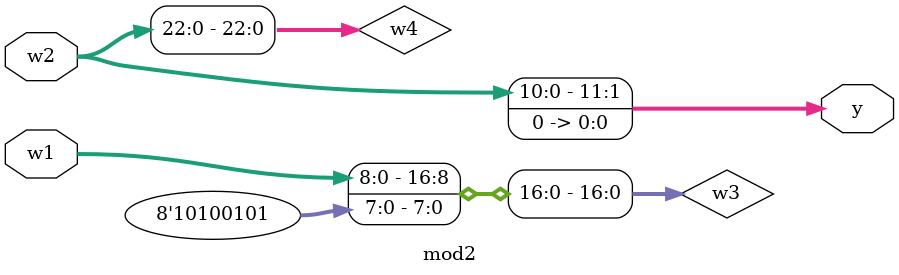
<source format=v>
/* () */
module mod2  (y, w1, w2);
  output wire [(((1'h1) + (5'h14)) + (5'h16)):(((1'h0) + (1'h0)) + (1'h0))] y;
  input wire [(4'h8):(1'h0)] w1;
  input wire [(5'h1f):(1'h0)] w2;
  wire [(5'h14):(1'h0)] w3;
  wire [(5'h16):(1'h0)] w4;
  assign w3 = $signed($unsigned({$unsigned(((~w2) ? (8'had) : w2)), w1, (8'ha5)}));
  assign w4 = $signed(w2);
  assign y = {w3, w4, (1'h0)};
endmodule

</source>
